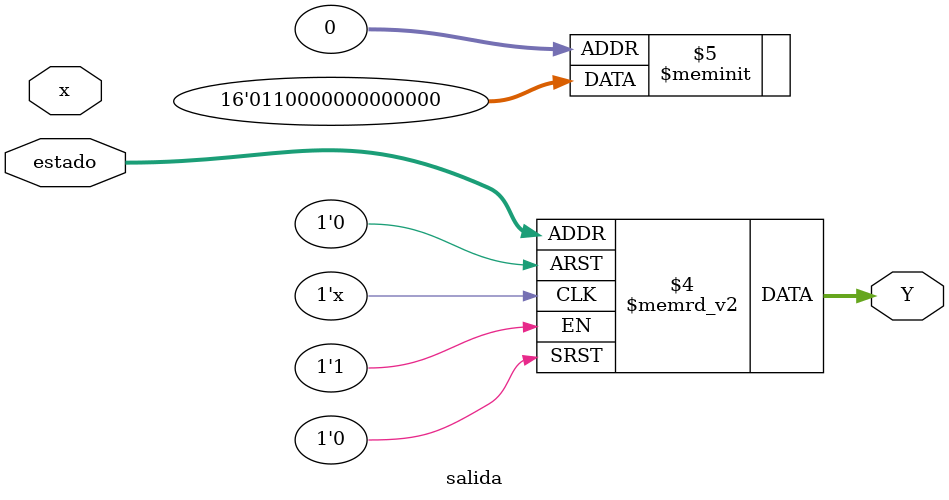
<source format=sv>
module salida(input logic x, input logic [2:0] estado, output logic [1:0] Y);

    always_comb
	case(estado)
		0: Y = 2'b00; 
		2: Y = 2'b00;
		1: Y = 2'b00; 
		3: Y = 2'b00; 
		4: Y = 2'b00; 
		5: Y = 2'b00;
		6: Y = 2'b10; 
		7: Y = 2'b01; 
		
		default: Y = 2'b00;
	endcase

endmodule 
</source>
